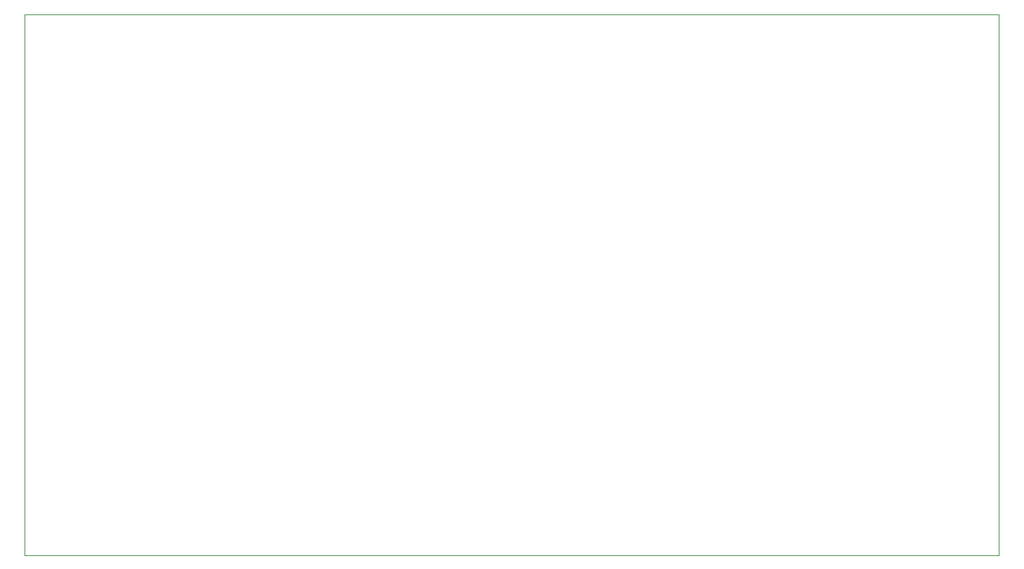
<source format=gm1>
G04 #@! TF.GenerationSoftware,KiCad,Pcbnew,(6.0.5-0)*
G04 #@! TF.CreationDate,2022-08-22T16:10:25-04:00*
G04 #@! TF.ProjectId,Cryologger GVT,4372796f-6c6f-4676-9765-72204756542e,rev?*
G04 #@! TF.SameCoordinates,Original*
G04 #@! TF.FileFunction,Profile,NP*
%FSLAX46Y46*%
G04 Gerber Fmt 4.6, Leading zero omitted, Abs format (unit mm)*
G04 Created by KiCad (PCBNEW (6.0.5-0)) date 2022-08-22 16:10:25*
%MOMM*%
%LPD*%
G01*
G04 APERTURE LIST*
G04 #@! TA.AperFunction,Profile*
%ADD10C,0.100000*%
G04 #@! TD*
G04 APERTURE END LIST*
D10*
X91440000Y-62230000D02*
X205740000Y-62230000D01*
X205740000Y-62230000D02*
X205740000Y-125730000D01*
X205740000Y-125730000D02*
X91440000Y-125730000D01*
X91440000Y-125730000D02*
X91440000Y-62230000D01*
M02*

</source>
